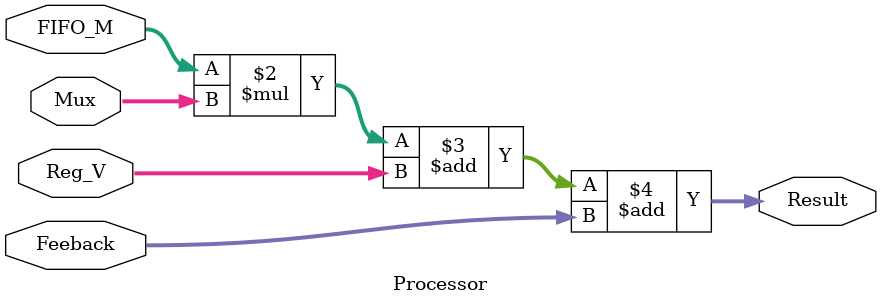
<source format=sv>
module Processor 
#(
	// PARAMETERS
	parameter WORD_LENGTH = 8
)
(
	// INPUTS
	input  [WORD_LENGTH - 1:0] FIFO_M,
	input  [WORD_LENGTH - 1:0] Reg_V,
	input  [WORD_LENGTH - 1:0] Mux,
	input  [WORD_LENGTH - 1:0] Feeback,
	// OUTPUTS
	output logic [WORD_LENGTH - 1:0] Result
);


always_comb begin

	Result = FIFO_M * Mux + Reg_V + Feeback;

end


endmodule

</source>
